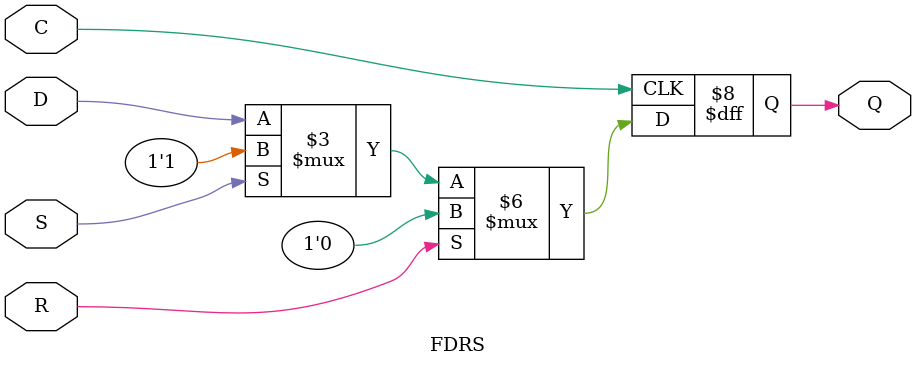
<source format=v>

/*

FUNCTION	: D-FLIP-FLOP with sync reset, sync set

*/

`celldefine
`timescale  100 ps / 10 ps

module FDRS (Q, C, D, R, S);

    parameter INIT = 1'b0;

    output Q;
    reg    Q;

    input  C, D, R, S;

	always @(posedge C)
	    if (R)
		Q <= 0;
	    else if (S)
		Q <= 1;
	    else
		Q <= D;

endmodule

</source>
